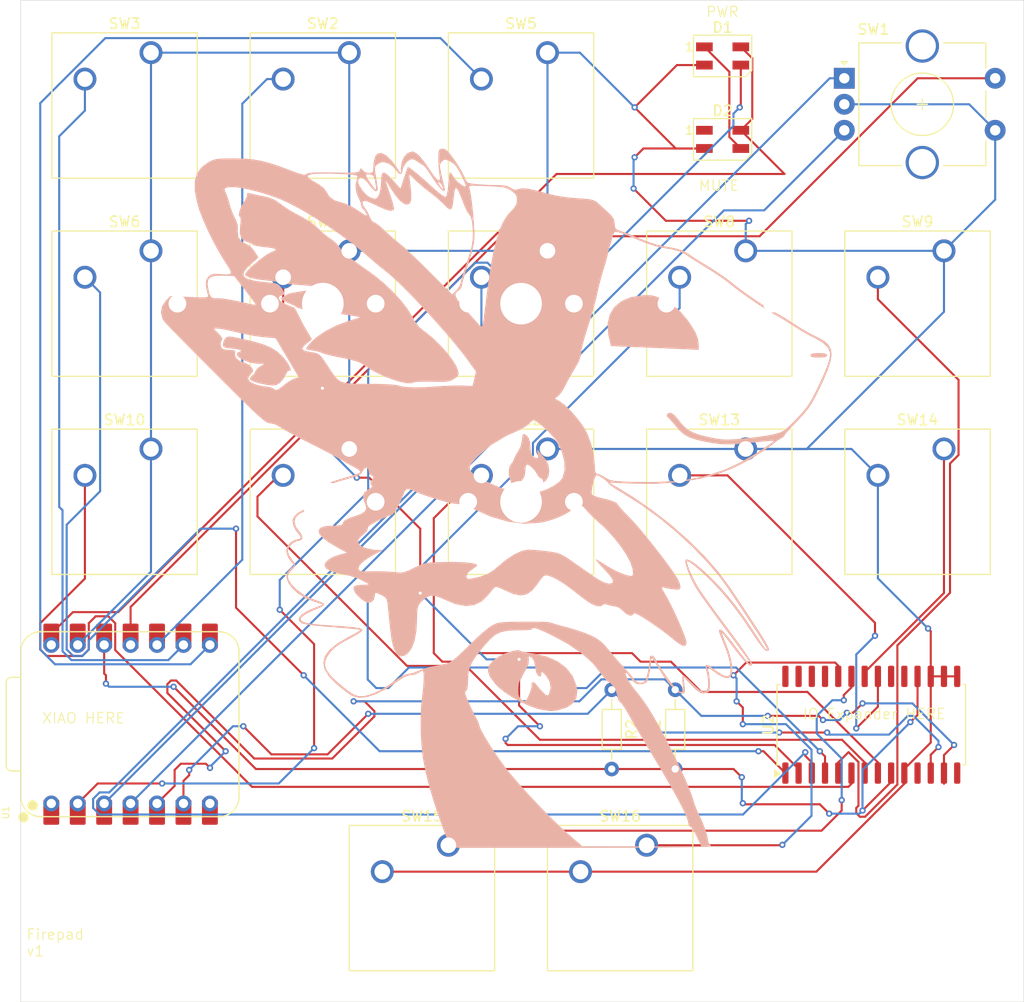
<source format=kicad_pcb>
(kicad_pcb (version 20240108) (generator "pcbnew") (generator_version "8.0")
  (layers (0 "F.Cu" signal) (31 "B.Cu" signal) (34 "B.Paste" user) (35 "F.Paste" user) (36 "B.SilkS" user "B.Silkscreen") (37 "F.SilkS" user "F.Silkscreen") (38 "B.Mask" user) (39 "F.Mask" user) (44 "Edge.Cuts" user))
  (net 0 "")
  (net 1 "+5V")
  (net 2 "GND")
  (net 3 "Net-(D1-DOUT)")
  (net 5 "+3.3V")
  (net 6 "Net-(U1-GPIO6{slash}SDA)")
  (net 7 "Net-(U1-GPIO7{slash}SCL)")
  (net 8 "ENC-B")
  (net 9 "ENC-A")
  (net 10 "Net-(U1-GPIO3{slash}MOSI)")
  (net 11 "Net-(U1-GPIO4{slash}MISO)")
  (net 12 "Net-(U1-GPIO2{slash}SCK)")
  (net 13 "Net-(U2-GPB2)")
  (net 14 "Net-(U1-GPIO1{slash}RX)")
  (net 15 "Net-(U2-GPB0)")
  (net 16 "Net-(U2-GPB1)")
  (net 17 "Net-(U2-GPB3)")
  (net 18 "Net-(U2-GPB4)")
  (net 19 "Net-(U2-GPB5)")
  (net 20 "Net-(U2-GPB6)")
  (net 21 "Net-(U2-GPB7)")
  (net 22 "Net-(U2-GPA0)")
  (net 23 "Net-(U2-GPA1)")
  (net 24 "Net-(U2-GPA2)")
  (net 25 "Net-(U2-GPA3)")
  (net 36 "Net-(D1-DIN)")
  (footprint "3D Models:SW_Cherry_MX_1.00u_PCB_3D" (layer "F.Cu") (at 90.32875 49.68875)
    (property "Reference" "SW6")
    (property "Value" "SW_Push")
  )
  (footprint "3D Models:SW_Cherry_MX_1.00u_PCB_3D" (layer "F.Cu") (at 166.52875 49.68875)
    (property "Reference" "SW9")
    (property "Value" "SW_Push")
  )
  (footprint "3D Models:SW_Cherry_MX_1.00u_PCB_3D" (layer "F.Cu") (at 109.37875 49.68875)
    (property "Reference" "SW7")
    (property "Value" "SW_Push")
  )
  (footprint "3D Models:RotaryEncoder_Alps_EC11E-Switch_Vertical_H20mm_CircularMountingHoles_3D" (layer "F.Cu") (at 156.95 33.1)
    (property "Reference" "SW1")
    (property "Value" "RotaryEncoder_Switch")
  )
  (footprint "3D Models:SW_Cherry_MX_1.00u_PCB_3D" (layer "F.Cu") (at 137.95375 106.83875)
    (property "Reference" "SW16")
    (property "Value" "SW_Push")
  )
  (footprint "3D Models:SW_Cherry_MX_1.00u_PCB_3D" (layer "F.Cu") (at 90.32875 30.63875)
    (property "Reference" "SW3")
    (property "Value" "SW_Push")
  )
  (footprint "3D Models:SW_Cherry_MX_1.00u_PCB_3D" (layer "F.Cu") (at 90.32875 68.73875)
    (property "Reference" "SW10")
    (property "Value" "SW_Push")
  )
  (footprint "Resistor_THT:R_Axial_DIN0204_L3.6mm_D1.6mm_P7.62mm_Horizontal" (layer "F.Cu") (at 140.7 99.51 90)
    (property "Reference" "R1")
    (property "Value" "R")
  )
  (footprint "3D Models:SW_Cherry_MX_1.00u_PCB_3D" (layer "F.Cu") (at 128.42875 68.73875)
    (property "Reference" "SW12")
    (property "Value" "SW_Push")
  )
  (footprint "3D Models:LED_SK6812MINI_PLCC4_3.5x3.5mm_P1.75mm_3D" (layer "F.Cu") (at 145.25625 30.95625)
    (property "Reference" "D1")
    (property "Value" "SK6812MINI")
  )
  (footprint "3D Models:SW_Cherry_MX_1.00u_PCB_3D" (layer "F.Cu") (at 147.47875 49.68875)
    (property "Reference" "SW8")
    (property "Value" "SW_Push")
  )
  (footprint "3D Models:SW_Cherry_MX_1.00u_PCB_3D" (layer "F.Cu") (at 147.47875 68.73875)
    (property "Reference" "SW13")
    (property "Value" "SW_Push")
  )
  (footprint "3D Models:SW_Cherry_MX_1.00u_PCB_3D" (layer "F.Cu") (at 109.37875 68.73875)
    (property "Reference" "SW11")
    (property "Value" "SW_Push")
  )
  (footprint "3D Models:XIAO-RP2040-DIP-3D" (layer "F.Cu") (at 88.3685 95.2 90)
    (property "Reference" "U1")
    (property "Value" "XIAO-RP2040-DIP")
  )
  (footprint "3D Models:LED_SK6812MINI_PLCC4_3.5x3.5mm_P1.75mm_3D" (layer "F.Cu") (at 145.25625 38.975)
    (property "Reference" "D2")
    (property "Value" "SK6812MINI")
  )
  (footprint "3D Models:SW_Cherry_MX_1.00u_PCB_3D" (layer "F.Cu") (at 128.42875 49.68875)
    (property "Reference" "SW4")
    (property "Value" "SW_Push")
  )
  (footprint "3D Models:SW_Cherry_MX_1.00u_PCB_3D" (layer "F.Cu") (at 118.90375 106.83875)
    (property "Reference" "SW15")
    (property "Value" "SW_Push")
  )
  (footprint "3D Models:SW_Cherry_MX_1.00u_PCB_3D" (layer "F.Cu") (at 128.42875 30.63875)
    (property "Reference" "SW5")
    (property "Value" "SW_Push")
  )
  (footprint "3D Models:SW_Cherry_MX_1.00u_PCB_3D" (layer "F.Cu") (at 109.37875 30.63875)
    (property "Reference" "SW2")
    (property "Value" "SW_Push")
  )
  (footprint "3D Models:SW_Cherry_MX_1.00u_PCB_3D" (layer "F.Cu") (at 166.52875 68.73875)
    (property "Reference" "SW14")
    (property "Value" "SW_Push")
  )
  (footprint "Package_SO:SOIC-28W_7.5x17.9mm_P1.27mm" (layer "F.Cu") (at 159.54375 95.25 90)
    (property "Reference" "U2")
    (property "Value" "MCP23017_SO")
  )
  (footprint "Resistor_THT:R_Axial_DIN0204_L3.6mm_D1.6mm_P7.62mm_Horizontal" (layer "F.Cu") (at 134.6 91.89 -90)
    (property "Reference" "R2")
    (property "Value" "R")
  )
  (footprint "LOGO" (layer "B.Cu") (at 127.7 69.5 180)
    (property "Reference" "G***" (hide yes))
    (property "Value" "LOGO" (hide yes))
  )
  (gr_rect (start 77.8 25.6) (end 174.2 121.9) (stroke (width 0.05)) (fill none) (layer "Edge.Cuts"))
  (gr_text "Firepad\nv1" (at 78.3 117.6 0) (layer "F.SilkS") (effects (font (size 1 1) (thickness 0.1)) (justify left bottom)))
  (gr_text "XIAO HERE" (at 79.8 95.2 0) (layer "F.SilkS") (effects (font (size 1 1) (thickness 0.1)) (justify left bottom)))
  (gr_text "IO Expander HERE" (at 152.9 94.8 0) (layer "F.SilkS") (effects (font (size 1 1) (thickness 0.1)) (justify left bottom)))
  (gr_text "MUTE" (at 142.9 44 0) (layer "F.SilkS") (effects (font (size 1 1) (thickness 0.1)) (justify left bottom)))
  (gr_text "PWR" (at 143.6 27.3 0) (layer "F.SilkS") (effects (font (size 1 1) (thickness 0.1)) (justify left bottom)))
  (segment (start 80.7485 86.50237) (end 82.823056 84.427814) (width 0.2) (layer "F.Cu") (net 1))
  (segment (start 147.00625 30.08125) (end 148.10625 31.18125) (width 0.2) (layer "F.Cu") (net 1))
  (segment (start 80.7485 87.58) (end 80.7485 86.50237) (width 0.2) (layer "F.Cu") (net 1))
  (segment (start 87.172186 84.427814) (end 129.3 42.3) (width 0.2) (layer "F.Cu") (net 1))
  (segment (start 82.823056 84.427814) (end 87.172186 84.427814) (width 0.2) (layer "F.Cu") (net 1))
  (segment (start 148.10625 31.18125) (end 148.10625 37) (width 0.2) (layer "F.Cu") (net 1))
  (segment (start 129.3 42.3) (end 151.20625 42.3) (width 0.2) (layer "F.Cu") (net 1))
  (segment (start 148.10625 37) (end 147.00625 38.1) (width 0.2) (layer "F.Cu") (net 1))
  (segment (start 151.20625 42.3) (end 147.00625 38.1) (width 0.2) (layer "F.Cu") (net 1))
  (segment (start 136.8 40.7) (end 137.65 39.85) (width 0.2) (layer "F.Cu") (net 2))
  (segment (start 136.8 35.9) (end 140.86875 31.83125) (width 0.2) (layer "F.Cu") (net 2))
  (segment (start 165.25875 96.964448) (end 162.71875 99.504448) (width 0.2) (layer "F.Cu") (net 2))
  (segment (start 165.25875 90.6) (end 165.25875 96.964448) (width 0.2) (layer "F.Cu") (net 2))
  (segment (start 136.8 35.9) (end 140.75 39.85) (width 0.2) (layer "F.Cu") (net 2))
  (segment (start 166.52875 90.6) (end 165.25875 90.6) (width 0.2) (layer "F.Cu") (net 2))
  (segment (start 167.79875 90.6) (end 166.52875 90.6) (width 0.2) (layer "F.Cu") (net 2))
  (segment (start 165.25875 90.6) (end 165.25875 86.25875) (width 0.2) (layer "F.Cu") (net 2))
  (segment (start 131.60375 109.37875) (end 154.264999 109.37875) (width 0.2) (layer "F.Cu") (net 2))
  (segment (start 162.71875 100.924999) (end 162.71875 99.9) (width 0.2) (layer "F.Cu") (net 2))
  (segment (start 137.65 39.85) (end 143.50625 39.85) (width 0.2) (layer "F.Cu") (net 2))
  (segment (start 140.75 39.85) (end 143.50625 39.85) (width 0.2) (layer "F.Cu") (net 2))
  (segment (start 131.60375 109.37875) (end 112.55375 109.37875) (width 0.2) (layer "F.Cu") (net 2))
  (segment (start 162.71875 99.504448) (end 162.71875 99.9) (width 0.2) (layer "F.Cu") (net 2))
  (segment (start 165.25875 86.25875) (end 165 86) (width 0.2) (layer "F.Cu") (net 2))
  (segment (start 154.264999 109.37875) (end 162.71875 100.924999) (width 0.2) (layer "F.Cu") (net 2))
  (segment (start 139.8 46.8) (end 136.7 43.7) (width 0.2) (layer "F.Cu") (net 2))
  (segment (start 140.86875 31.83125) (end 143.50625 31.83125) (width 0.2) (layer "F.Cu") (net 2))
  (segment (start 147.8 46.8) (end 139.8 46.8) (width 0.2) (layer "F.Cu") (net 2))
  (via (at 136.7 43.7) (size 0.6) (drill 0.3) (layers "F.Cu" "B.Cu") (net 2))
  (via (at 136.8 40.7) (size 0.6) (drill 0.3) (layers "F.Cu" "B.Cu") (net 2))
  (via (at 136.8 35.9) (size 0.6) (drill 0.3) (layers "F.Cu" "B.Cu") (net 2))
  (via (at 165 86) (size 0.6) (drill 0.3) (layers "F.Cu" "B.Cu") (net 2))
  (via (at 147.8 46.8) (size 0.6) (drill 0.3) (layers "F.Cu" "B.Cu") (net 2))
  (segment (start 109.37875 49.68875) (end 109.37875 30.63875) (width 0.2) (layer "B.Cu") (net 2))
  (segment (start 109.37875 49.68875) (end 128.42875 49.68875) (width 0.2) (layer "B.Cu") (net 2))
  (segment (start 136.7 40.8) (end 136.8 40.7) (width 0.2) (layer "B.Cu") (net 2))
  (segment (start 136.7 43.7) (end 136.7 40.8) (width 0.2) (layer "B.Cu") (net 2))
  (segment (start 147.47875 68.73875) (end 157.63875 68.73875) (width 0.2) (layer "B.Cu") (net 2))
  (segment (start 109.37875 68.73875) (end 109.37875 49.68875) (width 0.2) (layer "B.Cu") (net 2))
  (segment (start 168.95 35.6) (end 171.45 38.1) (width 0.2) (layer "B.Cu") (net 2))
  (segment (start 166.52875 49.68875) (end 147.47875 49.68875) (width 0.2) (layer "B.Cu") (net 2))
  (segment (start 147.47875 68.73875) (end 128.42875 68.73875) (width 0.2) (layer "B.Cu") (net 2))
  (segment (start 147.47875 47.12125) (end 147.8 46.8) (width 0.2) (layer "B.Cu") (net 2))
  (segment (start 166.52875 55.552152) (end 153.342152 68.73875) (width 0.2) (layer "B.Cu") (net 2))
  (segment (start 165 86) (end 160.17875 81.17875) (width 0.2) (layer "B.Cu") (net 2))
  (segment (start 131.53875 30.63875) (end 136.8 35.9) (width 0.2) (layer "B.Cu") (net 2))
  (segment (start 171.45 44.7675) (end 166.52875 49.68875) (width 0.2) (layer "B.Cu") (net 2))
  (segment (start 128.42875 30.63875) (end 131.53875 30.63875) (width 0.2) (layer "B.Cu") (net 2))
  (segment (start 128.42875 49.68875) (end 128.42875 30.63875) (width 0.2) (layer "B.Cu") (net 2))
  (segment (start 109.37875 30.63875) (end 90.32875 30.63875) (width 0.2) (layer "B.Cu") (net 2))
  (segment (start 171.45 38.1) (end 171.45 44.7675) (width 0.2) (layer "B.Cu") (net 2))
  (segment (start 156.95 35.6) (end 168.95 35.6) (width 0.2) (layer "B.Cu") (net 2))
  (segment (start 160.17875 81.17875) (end 160.17875 71.27875) (width 0.2) (layer "B.Cu") (net 2))
  (segment (start 147.47875 68.73875) (end 146.635806 68.73875) (width 0.2) (layer "B.Cu") (net 2))
  (segment (start 90.32875 68.73875) (end 90.32875 80.53975) (width 0.2) (layer "B.Cu") (net 2))
  (segment (start 147.47875 49.68875) (end 147.47875 47.12125) (width 0.2) (layer "B.Cu") (net 2))
  (segment (start 157.63875 68.73875) (end 160.17875 71.27875) (width 0.2) (layer "B.Cu") (net 2))
  (segment (start 153.342152 68.73875) (end 147.47875 68.73875) (width 0.2) (layer "B.Cu") (net 2))
  (segment (start 90.32875 49.68875) (end 90.32875 68.73875) (width 0.2) (layer "B.Cu") (net 2))
  (segment (start 90.32875 30.63875) (end 90.32875 49.68875) (width 0.2) (layer "B.Cu") (net 2))
  (segment (start 90.32875 80.53975) (end 83.2885 87.58) (width 0.2) (layer "B.Cu") (net 2))
  (segment (start 166.52875 49.68875) (end 166.52875 55.552152) (width 0.2) (layer "B.Cu") (net 2))
  (segment (start 145.90625 32.48125) (end 145.90625 38.75) (width 0.2) (layer "F.Cu") (net 3))
  (segment (start 145.90625 38.75) (end 147.00625 39.85) (width 0.2) (layer "F.Cu") (net 3))
  (segment (start 143.50625 30.08125) (end 145.90625 32.48125) (width 0.2) (layer "F.Cu") (net 3))
  (segment (start 154.6 102.9) (end 155.5 103.8) (width 0.2) (layer "F.Cu") (net 5))
  (segment (start 134.6 99.51) (end 100.41 99.51) (width 0.2) (layer "F.Cu") (net 5))
  (segment (start 163.3 95) (end 163.98875 94.31125) (width 0.2) (layer "F.Cu") (net 5))
  (segment (start 86 91.3) (end 86 90.5) (width 0.2) (layer "F.Cu") (net 5))
  (segment (start 140.7 99.51) (end 146.31 99.51) (width 0.2) (layer "F.Cu") (net 5))
  (segment (start 85.8285 90.3285) (end 85.8285 87.58) (width 0.2) (layer "F.Cu") (net 5))
  (segment (start 161.44875 100.75125) (end 161.44875 99.9) (width 0.2) (layer "F.Cu") (net 5))
  (segment (start 147.3 102.9) (end 154.6 102.9) (width 0.2) (layer "F.Cu") (net 5))
  (segment (start 147.2 102.8) (end 147.3 102.9) (width 0.2) (layer "F.Cu") (net 5))
  (segment (start 158.7 103.5) (end 161.44875 100.75125) (width 0.2) (layer "F.Cu") (net 5))
  (segment (start 86 90.5) (end 85.8285 90.3285) (width 0.2) (layer "F.Cu") (net 5))
  (segment (start 163.98875 94.31125) (end 163.98875 90.6) (width 0.2) (layer "F.Cu") (net 5))
  (segment (start 140.7 99.51) (end 134.6 99.51) (width 0.2) (layer "F.Cu") (net 5))
  (segment (start 146.31 99.51) (end 147.1 100.3) (width 0.2) (layer "F.Cu") (net 5))
  (segment (start 100.41 99.51) (end 92.5 91.6) (width 0.2) (layer "F.Cu") (net 5))
  (via (at 163.3 95) (size 0.6) (drill 0.3) (layers "F.Cu" "B.Cu") (net 5))
  (via (at 147.1 100.3) (size 0.6) (drill 0.3) (layers "F.Cu" "B.Cu") (net 5))
  (via (at 155.5 103.8) (size 0.6) (drill 0.3) (layers "F.Cu" "B.Cu") (net 5))
  (via (at 92.5 91.6) (size 0.6) (drill 0.3) (layers "F.Cu" "B.Cu") (net 5))
  (via (at 147.2 102.8) (size 0.6) (drill 0.3) (layers "F.Cu" "B.Cu") (net 5))
  (via (at 86 91.3) (size 0.6) (drill 0.3) (layers "F.Cu" "B.Cu") (net 5))
  (via (at 158.7 103.5) (size 0.6) (drill 0.3) (layers "F.Cu" "B.Cu") (net 5))
  (segment (start 158.7 103.5) (end 158.7 99.6) (width 0.2) (layer "B.Cu") (net 5))
  (segment (start 147.1 100.3) (end 147.1 102.7) (width 0.2) (layer "B.Cu") (net 5))
  (segment (start 86.3 91.6) (end 86 91.3) (width 0.2) (layer "B.Cu") (net 5))
  (segment (start 158.7 99.6) (end 163.3 95) (width 0.2) (layer "B.Cu") (net 5))
  (segment (start 158.4 103.8) (end 158.7 103.5) (width 0.2) (layer "B.Cu") (net 5))
  (segment (start 155.5 103.8) (end 158.4 103.8) (width 0.2) (layer "B.Cu") (net 5))
  (segment (start 92.5 91.6) (end 86.3 91.6) (width 0.2) (layer "B.Cu") (net 5))
  (segment (start 147.1 102.7) (end 147.2 102.8) (width 0.2) (layer "B.Cu") (net 5))
  (segment (start 166.52875 100.924999) (end 166.52875 99.9) (width 0.2) (layer "F.Cu") (net 6))
  (segment (start 91.9 92.2) (end 97.5 97.8) (width 0.2) (layer "F.Cu") (net 6))
  (segment (start 109.8 93) (end 110.848529 93) (width 0.2) (layer "F.Cu") (net 6))
  (segment (start 92.748529 91) (end 92.251471 91) (width 0.2) (layer "F.Cu") (net 6))
  (segment (start 92.6 101.1285) (end 90.9085 102.82) (width 0.2) (layer "F.Cu") (net 6))
  (segment (start 167.5 97.2) (end 166.52875 98.17125) (width 0.2) (layer "F.Cu") (net 6))
  (segment (start 92.6 99.6) (end 92.6 101.1285) (width 0.2) (layer "F.Cu") (net 6))
  (segment (start 100.248529 98.5) (end 92.748529 91) (width 0.2) (layer "F.Cu") (net 6))
  (segment (start 111.8 93.951471) (end 111.8 94.448529) (width 0.2) (layer "F.Cu") (net 6))
  (segment (start 92.251471 91) (end 91.9 91.351471) (width 0.2) (layer "F.Cu") (net 6))
  (segment (start 154.5 94.4) (end 154.9 94.8) (width 0.2) (layer "F.Cu") (net 6))
  (segment (start 93.2 99) (end 92.6 99.6) (width 0.2) (layer "F.Cu") (net 6))
  (segment (start 91.9 91.351471) (end 91.9 92.2) (width 0.2) (layer "F.Cu") (net 6))
  (segment (start 96 99.4) (end 95.6 99) (width 0.2) (layer "F.Cu") (net 6))
  (segment (start 149.6 94.4) (end 154.5 94.4) (width 0.2) (layer "F.Cu") (net 6))
  (segment (start 157.2 94.1) (end 157.8 94.1) (width 0.2) (layer "F.Cu") (net 6))
  (segment (start 95.6 99) (end 93.2 99) (width 0.2) (layer "F.Cu") (net 6))
  (segment (start 107.748529 98.5) (end 100.248529 98.5) (width 0.2) (layer "F.Cu") (net 6))
  (segment (start 157.8 94.1) (end 158.7 93.2) (width 0.2) (layer "F.Cu") (net 6))
  (segment (start 166.52875 98.17125) (end 166.52875 99.9) (width 0.2) (layer "F.Cu") (net 6))
  (segment (start 110.848529 93) (end 111.8 93.951471) (width 0.2) (layer "F.Cu") (net 6))
  (segment (start 111.8 94.448529) (end 107.748529 98.5) (width 0.2) (layer "F.Cu") (net 6))
  (via (at 149.6 94.4) (size 0.6) (drill 0.3) (layers "F.Cu" "B.Cu") (net 6))
  (via (at 97.5 97.8) (size 0.6) (drill 0.3) (layers "F.Cu" "B.Cu") (net 6))
  (via (at 158.7 93.2) (size 0.6) (drill 0.3) (layers "F.Cu" "B.Cu") (net 6))
  (via (at 167.5 97.2) (size 0.6) (drill 0.3) (layers "F.Cu" "B.Cu") (net 6))
  (via (at 96 99.4) (size 0.6) (drill 0.3) (layers "F.Cu" "B.Cu") (net 6))
  (via (at 109.8 93) (size 0.6) (drill 0.3) (layers "F.Cu" "B.Cu") (net 6))
  (via (at 157.2 94.1) (size 0.6) (drill 0.3) (layers "F.Cu" "B.Cu") (net 6))
  (via (at 154.9 94.8) (size 0.6) (drill 0.3) (layers "F.Cu" "B.Cu") (net 6))
  (segment (start 131.5 93) (end 109.8 93) (width 0.2) (layer "B.Cu") (net 6))
  (segment (start 163.5 93.2) (end 167.5 97.2) (width 0.2) (layer "B.Cu") (net 6))
  (segment (start 133.61 90.89) (end 131.5 93) (width 0.2) (layer "B.Cu") (net 6))
  (segment (start 140.7 91.89) (end 143.21 94.4) (width 0.2) (layer "B.Cu") (net 6))
  (segment (start 154.9 94.8) (end 156.5 94.8) (width 0.2) (layer "B.Cu") (net 6))
  (segment (start 97.5 97.8) (end 96 99.3) (width 0.2) (layer "B.Cu") (net 6))
  (segment (start 158.7 93.2) (end 163.5 93.2) (width 0.2) (layer "B.Cu") (net 6))
  (segment (start 156.5 94.8) (end 157.2 94.1) (width 0.2) (layer "B.Cu") (net 6))
  (segment (start 140.7 91.89) (end 139.7 90.89) (width 0.2) (layer "B.Cu") (net 6))
  (segment (start 139.7 90.89) (end 133.61 90.89) (width 0.2) (layer "B.Cu") (net 6))
  (segment (start 96 99.3) (end 96 99.4) (width 0.2) (layer "B.Cu") (net 6))
  (segment (start 143.21 94.4) (end 149.6 94.4) (width 0.2) (layer "B.Cu") (net 6))
  (segment (start 94 99.6) (end 94 100.1) (width 0.2) (layer "F.Cu") (net 7))
  (segment (start 107.3 98.1) (end 101.9 98.1) (width 0.2) (layer "F.Cu") (net 7))
  (segment (start 101.9 98.1) (end 99.2 95.4) (width 0.2) (layer "F.Cu") (net 7))
  (segment (start 93.4485 103.655) (end 93.4485 102.82) (width 0.2) (layer "F.Cu") (net 7))
  (segment (start 166 97.4) (end 165.25875 98.14125) (width 0.2) (layer "F.Cu") (net 7))
  (segment (start 111.2 94.2) (end 107.3 98.1) (width 0.2) (layer "F.Cu") (net 7))
  (segment (start 93.4485 100.6515) (end 93.4485 102.82) (width 0.2) (layer "F.Cu") (net 7))
  (segment (start 94 100.1) (end 93.4485 100.6515) (width 0.2) (layer "F.Cu") (net 7))
  (segment (start 165.25875 98.14125) (end 165.25875 99.9) (width 0.2) (layer "F.Cu") (net 7))
  (segment (start 165.25875 100.295552) (end 165.25875 99.9) (width 0.2) (layer "F.Cu") (net 7))
  (segment (start 150.7 96) (end 155.3 96) (width 0.2) (layer "F.Cu") (net 7))
  (via (at 166 97.4) (size 0.6) (drill 0.3) (layers "F.Cu" "B.Cu") (net 7))
  (via (at 94 99.6) (size 0.6) (drill 0.3) (layers "F.Cu" "B.Cu") (net 7))
  (via (at 155.3 96) (size 0.6) (drill 0.3) (layers "F.Cu" "B.Cu") (net 7))
  (via (at 111.2 94.2) (size 0.6) (drill 0.3) (layers "F.Cu" "B.Cu") (net 7))
  (via (at 150.7 96) (size 0.6) (drill 0.3) (layers "F.Cu" "B.Cu") (net 7))
  (via (at 99.2 95.4) (size 0.6) (drill 0.3) (layers "F.Cu" "B.Cu") (net 7))
  (segment (start 132.29 94.2) (end 111.2 94.2) (width 0.2) (layer "B.Cu") (net 7))
  (segment (start 99.2 95.4) (end 98.2 95.4) (width 0.2) (layer "B.Cu") (net 7))
  (segment (start 166 96.8) (end 166 97.4) (width 0.2) (layer "B.Cu") (net 7))
  (segment (start 163.051471 94.4) (end 163.6 94.4) (width 0.2) (layer "B.Cu") (net 7))
  (segment (start 155.5 96.2) (end 161.251471 96.2) (width 0.2) (layer "B.Cu") (net 7))
  (segment (start 163.6 94.4) (end 166 96.8) (width 0.2) (layer "B.Cu") (net 7))
  (segment (start 161.251471 96.2) (end 163.051471 94.4) (width 0.2) (layer "B.Cu") (net 7))
  (segment (start 138.71 96) (end 150.7 96) (width 0.2) (layer "B.Cu") (net 7))
  (segment (start 98.2 95.4) (end 94 99.6) (width 0.2) (layer "B.Cu") (net 7))
  (segment (start 134.6 91.89) (end 138.71 96) (width 0.2) (layer "B.Cu") (net 7))
  (segment (start 134.6 91.89) (end 132.29 94.2) (width 0.2) (layer "B.Cu") (net 7))
  (segment (start 155.3 96) (end 155.5 96.2) (width 0.2) (layer "B.Cu") (net 7))
  (segment (start 149.25 45.8) (end 156.95 38.1) (width 0.2) (layer "B.Cu") (net 8))
  (segment (start 88.3685 102.82) (end 145.3885 45.8) (width 0.2) (layer "B.Cu") (net 8))
  (segment (start 145.3885 45.8) (end 149.25 45.8) (width 0.2) (layer "B.Cu") (net 8))
  (segment (start 155.5485 33.1) (end 156.95 33.1) (width 0.2) (layer "B.Cu") (net 9))
  (segment (start 85.8285 102.82) (end 155.5485 33.1) (width 0.2) (layer "B.Cu") (net 9))
  (segment (start 124.01125 48.28875) (end 88.3685 83.9315) (width 0.2) (layer "F.Cu") (net 10))
  (segment (start 164 33.1) (end 148.81125 48.28875) (width 0.2) (layer "F.Cu") (net 10))
  (segment (start 148.81125 48.28875) (end 124.01125 48.28875) (width 0.2) (layer "F.Cu") (net 10))
  (segment (start 171.45 33.1) (end 164 33.1) (width 0.2) (layer "F.Cu") (net 10))
  (segment (start 88.3685 83.9315) (end 88.3685 87.58) (width 0.2) (layer "F.Cu") (net 10))
  (segment (start 99.1 79.3885) (end 99.1 35.551866) (width 0.2) (layer "B.Cu") (net 11))
  (segment (start 101.473116 33.17875) (end 103.02875 33.17875) (width 0.2) (layer "B.Cu") (net 11))
  (segment (start 90.9085 87.58) (end 99.1 79.3885) (width 0.2) (layer "B.Cu") (net 11))
  (segment (start 99.1 35.551866) (end 101.473116 33.17875) (width 0.2) (layer "B.Cu") (net 11))
  (segment (start 91.9865 89.042) (end 82.682919 89.042) (width 0.2) (layer "B.Cu") (net 12))
  (segment (start 81.8265 74.633556) (end 81.50875 74.315806) (width 0.2) (layer "B.Cu") (net 12))
  (segment (start 83.97875 36.205348) (end 83.97875 33.17875) (width 0.2) (layer "B.Cu") (net 12))
  (segment (start 81.50875 38.675348) (end 83.97875 36.205348) (width 0.2) (layer "B.Cu") (net 12))
  (segment (start 93.4485 87.58) (end 91.9865 89.042) (width 0.2) (layer "B.Cu") (net 12))
  (segment (start 81.8265 88.185581) (end 81.8265 74.633556) (width 0.2) (layer "B.Cu") (net 12))
  (segment (start 81.50875 74.315806) (end 81.50875 38.675348) (width 0.2) (layer "B.Cu") (net 12))
  (segment (start 82.682919 89.042) (end 81.8265 88.185581) (width 0.2) (layer "B.Cu") (net 12))
  (segment (start 153.2 98.246251) (end 153.2 97.9) (width 0.2) (layer "F.Cu") (net 13))
  (segment (start 153.82875 99.9) (end 153.82875 98.875001) (width 0.2) (layer "F.Cu") (net 13))
  (segment (start 153.82875 98.875001) (end 153.2 98.246251) (width 0.2) (layer "F.Cu") (net 13))
  (via (at 153.2 97.9) (size 0.6) (drill 0.3) (layers "F.Cu" "B.Cu") (net 13))
  (segment (start 84.7665 103.259895) (end 84.7665 102.380105) (width 0.2) (layer "B.Cu") (net 13))
  (segment (start 85.388605 101.758) (end 86.324814 101.758) (width 0.2) (layer "B.Cu") (net 13))
  (segment (start 147.218 103.882) (end 85.388605 103.882) (width 0.2) (layer "B.Cu") (net 13))
  (segment (start 84.7665 102.380105) (end 85.388605 101.758) (width 0.2) (layer "B.Cu") (net 13))
  (segment (start 85.388605 103.882) (end 84.7665 103.259895) (width 0.2) (layer "B.Cu") (net 13))
  (segment (start 86.324814 101.758) (end 122.07875 66.004064) (width 0.2) (layer "B.Cu") (net 13))
  (segment (start 122.07875 66.004064) (end 122.07875 52.22875) (width 0.2) (layer "B.Cu") (net 13))
  (segment (start 153.2 97.9) (end 147.218 103.882) (width 0.2) (layer "B.Cu") (net 13))
  (segment (start 79.6865 35.491101) (end 85.938851 29.23875) (width 0.2) (layer "B.Cu") (net 14))
  (segment (start 118.13875 29.23875) (end 122.07875 33.17875) (width 0.2) (layer "B.Cu") (net 14))
  (segment (start 79.6865 88.019895) (end 79.6865 35.491101) (width 0.2) (layer "B.Cu") (net 14))
  (segment (start 85.938851 29.23875) (end 118.13875 29.23875) (width 0.2) (layer "B.Cu") (net 14))
  (segment (start 94.1265 89.442) (end 81.108605 89.442) (width 0.2) (layer "B.Cu") (net 14))
  (segment (start 95.9885 87.58) (end 94.1265 89.442) (width 0.2) (layer "B.Cu") (net 14))
  (segment (start 81.108605 89.442) (end 79.6865 88.019895) (width 0.2) (layer "B.Cu") (net 14))
  (segment (start 151.28875 99.9) (end 149.18875 97.8) (width 0.2) (layer "F.Cu") (net 15))
  (segment (start 98.5 84) (end 98.5 76.4) (width 0.2) (layer "F.Cu") (net 15))
  (segment (start 149.18875 97.8) (end 148.7 97.8) (width 0.2) (layer "F.Cu") (net 15))
  (segment (start 105 90.5) (end 98.5 84) (width 0.2) (layer "F.Cu") (net 15))
  (via (at 98.5 76.4) (size 0.6) (drill 0.3) (layers "F.Cu" "B.Cu") (net 15))
  (via (at 148.7 97.8) (size 0.6) (drill 0.3) (layers "F.Cu" "B.Cu") (net 15))
  (via (at 105 90.5) (size 0.6) (drill 0.3) (layers "F.Cu" "B.Cu") (net 15))
  (segment (start 82.848605 88.642) (end 82.2265 88.019895) (width 0.2) (layer "B.Cu") (net 15))
  (segment (start 95.090605 76.4) (end 84.3505 87.140105) (width 0.2) (layer "B.Cu") (net 15))
  (segment (start 112.3 97.8) (end 105 90.5) (width 0.2) (layer "B.Cu") (net 15))
  (segment (start 85.43875 72.808649) (end 85.43875 53.68875) (width 0.2) (layer "B.Cu") (net 15))
  (segment (start 82.2265 88.019895) (end 82.2265 76.020899) (width 0.2) (layer "B.Cu") (net 15))
  (segment (start 85.43875 53.68875) (end 83.97875 52.22875) (width 0.2) (layer "B.Cu") (net 15))
  (segment (start 98.5 76.4) (end 95.090605 76.4) (width 0.2) (layer "B.Cu") (net 15))
  (segment (start 82.2265 76.020899) (end 85.43875 72.808649) (width 0.2) (layer "B.Cu") (net 15))
  (segment (start 84.3505 88.019895) (end 83.728395 88.642) (width 0.2) (layer "B.Cu") (net 15))
  (segment (start 84.3505 87.140105) (end 84.3505 88.019895) (width 0.2) (layer "B.Cu") (net 15))
  (segment (start 83.728395 88.642) (end 82.848605 88.642) (width 0.2) (layer "B.Cu") (net 15))
  (segment (start 148.7 97.8) (end 112.3 97.8) (width 0.2) (layer "B.Cu") (net 15))
  (segment (start 150.254302 97.2) (end 152.55875 99.504448) (width 0.2) (layer "F.Cu") (net 16))
  (segment (start 152.55875 99.504448) (end 152.55875 99.9) (width 0.2) (layer "F.Cu") (net 16))
  (segment (start 125.7 93.4) (end 127.7 95.4) (width 0.2) (layer "F.Cu") (net 16))
  (segment (start 125.7 88.968649) (end 125.7 93.4) (width 0.2) (layer "F.Cu") (net 16))
  (segment (start 111.297056 71.5) (end 116.2 76.402944) (width 0.2) (layer "F.Cu") (net 16))
  (segment (start 103.02875 52.22875) (end 103.02875 59.12875) (width 0.2) (layer "F.Cu") (net 16))
  (segment (start 103.02875 59.12875) (end 106.8 62.9) (width 0.2) (layer "F.Cu") (net 16))
  (segment (start 124.6 97.2) (end 150.254302 97.2) (width 0.2) (layer "F.Cu") (net 16))
  (segment (start 116.2 76.402944) (end 116.2 82.6) (width 0.2) (layer "F.Cu") (net 16))
  (segment (start 124.4 96.6) (end 124.4 97) (width 0.2) (layer "F.Cu") (net 16))
  (segment (start 124.4 97) (end 124.6 97.2) (width 0.2) (layer "F.Cu") (net 16))
  (segment (start 110.1 71.5) (end 111.297056 71.5) (width 0.2) (layer "F.Cu") (net 16))
  (via (at 116.2 82.6) (size 0.6) (drill 0.3) (layers "F.Cu" "B.Cu") (net 16))
  (via (at 125.7 88.968649) (size 0.6) (drill 0.3) (layers "F.Cu" "B.Cu") (net 16))
  (via (at 110.1 71.5) (size 0.6) (drill 0.3) (layers "F.Cu" "B.Cu") (net 16))
  (via (at 124.4 96.6) (size 0.6) (drill 0.3) (layers "F.Cu" "B.Cu") (net 16))
  (via (at 106.8 62.9) (size 0.6) (drill 0.3) (layers "F.Cu" "B.Cu") (net 16))
  (via (at 127.7 95.4) (size 0.6) (drill 0.3) (layers "F.Cu" "B.Cu") (net 16))
  (segment (start 106.8 62.9) (end 106.8 68.2) (width 0.2) (layer "B.Cu") (net 16))
  (segment (start 122.568649 88.968649) (end 125.7 88.968649) (width 0.2) (layer "B.Cu") (net 16))
  (segment (start 106.8 68.2) (end 110.1 71.5) (width 0.2) (layer "B.Cu") (net 16))
  (segment (start 127.7 95.4) (end 125.6 95.4) (width 0.2) (layer "B.Cu") (net 16))
  (segment (start 125.6 95.4) (end 124.4 96.6) (width 0.2) (layer "B.Cu") (net 16))
  (segment (start 116.2 82.6) (end 122.568649 88.968649) (width 0.2) (layer "B.Cu") (net 16))
  (segment (start 155.09875 99.9) (end 155.09875 98.29875) (width 0.2) (layer "F.Cu") (net 17))
  (segment (start 155.09875 98.29875) (end 154.6 97.8) (width 0.2) (layer "F.Cu") (net 17))
  (via (at 154.6 97.8) (size 0.6) (drill 0.3) (layers "F.Cu" "B.Cu") (net 17))
  (segment (start 141.12875 55.195806) (end 141.12875 52.22875) (width 0.2) (layer "B.Cu") (net 17))
  (segment (start 134.163548 89.748851) (end 132.183649 91.72875) (width 0.2) (layer "B.Cu") (net 17))
  (segment (start 127.02875 69.318649) (end 127.02875 68.158851) (width 0.2) (layer "B.Cu") (net 17))
  (segment (start 111.973851 91.72875) (end 111.15375 90.908649) (width 0.2) (layer "B.Cu") (net 17))
  (segment (start 131.023851 91.72875) (end 129.043952 89.748851) (width 0.2) (layer "B.Cu") (net 17))
  (segment (start 138.687601 56.5) (end 139.824556 56.5) (width 0.2) (layer "B.Cu") (net 17))
  (segment (start 154.6 97.8) (end 146.548851 89.748851) (width 0.2) (layer "B.Cu") (net 17))
  (segment (start 115.113548 89.748851) (end 113.133649 91.72875) (width 0.2) (layer "B.Cu") (net 17))
  (segment (start 146.548851 89.748851) (end 134.163548 89.748851) (width 0.2) (layer "B.Cu") (net 17))
  (segment (start 111.15375 90.908649) (end 111.15375 81.997721) (width 0.2) (layer "B.Cu") (net 17))
  (segment (start 139.824556 56.5) (end 141.12875 55.195806) (width 0.2) (layer "B.Cu") (net 17))
  (segment (start 127.02875 68.158851) (end 138.687601 56.5) (width 0.2) (layer "B.Cu") (net 17))
  (segment (start 129.043952 89.748851) (end 115.113548 89.748851) (width 0.2) (layer "B.Cu") (net 17))
  (segment (start 132.183649 91.72875) (end 131.023851 91.72875) (width 0.2) (layer "B.Cu") (net 17))
  (segment (start 113.133649 91.72875) (end 111.973851 91.72875) (width 0.2) (layer "B.Cu") (net 17))
  (segment (start 111.15375 81.997721) (end 112.151471 81) (width 0.2) (layer "B.Cu") (net 17))
  (segment (start 115.347399 81) (end 127.02875 69.318649) (width 0.2) (layer "B.Cu") (net 17))
  (segment (start 112.151471 81) (end 115.347399 81) (width 0.2) (layer "B.Cu") (net 17))
  (segment (start 158.1 103.251471) (end 158.1 103.748529) (width 0.2) (layer "F.Cu") (net 18))
  (segment (start 156.36875 99.9) (end 156.36875 98.875001) (width 0.2) (layer "F.Cu") (net 18))
  (segment (start 156.36875 98.875001) (end 157.355907 97.887844) (width 0.2) (layer "F.Cu") (net 18))
  (segment (start 160.17875 54.341694) (end 160.17875 52.22875) (width 0.2) (layer "F.Cu") (net 18))
  (segment (start 158.30875 103.042721) (end 158.1 103.251471) (width 0.2) (layer "F.Cu") (net 18))
  (segment (start 162.04875 100.999779) (end 162.04875 87.630134) (width 0.2) (layer "F.Cu") (net 18))
  (segment (start 167.92875 62.091694) (end 160.17875 54.341694) (width 0.2) (layer "F.Cu") (net 18))
  (segment (start 162.04875 87.630134) (end 167.108649 82.570235) (width 0.2) (layer "F.Cu") (net 18))
  (segment (start 158.30875 98.840687) (end 158.30875 103.042721) (width 0.2) (layer "F.Cu") (net 18))
  (segment (start 167.92875 69.318649) (end 167.92875 62.091694) (width 0.2) (layer "F.Cu") (net 18))
  (segment (start 158.948529 104.1) (end 162.04875 100.999779) (width 0.2) (layer "F.Cu") (net 18))
  (segment (start 157.355907 97.887844) (end 158.30875 98.840687) (width 0.2) (layer "F.Cu") (net 18))
  (segment (start 158.1 103.748529) (end 158.451471 104.1) (width 0.2) (layer "F.Cu") (net 18))
  (segment (start 167.108649 70.13875) (end 167.92875 69.318649) (width 0.2) (layer "F.Cu") (net 18))
  (segment (start 158.451471 104.1) (end 158.948529 104.1) (width 0.2) (layer "F.Cu") (net 18))
  (segment (start 167.108649 82.570235) (end 167.108649 70.13875) (width 0.2) (layer "F.Cu") (net 18))
  (segment (start 80.308605 88.642) (end 79.6865 88.019895) (width 0.2) (layer "F.Cu") (net 19))
  (segment (start 84.3505 85.489786) (end 84.3505 88.019895) (width 0.2) (layer "F.Cu") (net 19))
  (segment (start 79.6865 85.489786) (end 83.97875 81.197536) (width 0.2) (layer "F.Cu") (net 19))
  (segment (start 157.63875 100.924999) (end 157.338749 101.225) (width 0.2) (layer "F.Cu") (net 19))
  (segment (start 86.8905 85.489786) (end 86.228528 84.827814) (width 0.2) (layer "F.Cu") (net 19))
  (segment (start 86.228528 84.827814) (end 85.012472 84.827814) (width 0.2) (layer "F.Cu") (net 19))
  (segment (start 83.728395 88.642) (end 80.308605 88.642) (width 0.2) (layer "F.Cu") (net 19))
  (segment (start 85.012472 84.827814) (end 84.3505 85.489786) (width 0.2) (layer "F.Cu") (net 19))
  (segment (start 157.63875 99.9) (end 157.63875 100.924999) (width 0.2) (layer "F.Cu") (net 19))
  (segment (start 86.8905 88.076314) (end 86.8905 85.489786) (width 0.2) (layer "F.Cu") (net 19))
  (segment (start 100.039186 101.225) (end 86.8905 88.076314) (width 0.2) (layer "F.Cu") (net 19))
  (segment (start 84.3505 88.019895) (end 83.728395 88.642) (width 0.2) (layer "F.Cu") (net 19))
  (segment (start 79.6865 88.019895) (end 79.6865 85.489786) (width 0.2) (layer "F.Cu") (net 19))
  (segment (start 83.97875 81.197536) (end 83.97875 71.27875) (width 0.2) (layer "F.Cu") (net 19))
  (segment (start 157.338749 101.225) (end 100.039186 101.225) (width 0.2) (layer "F.Cu") (net 19))
  (segment (start 158.90875 99.9) (end 158.90875 98.875001) (width 0.2) (layer "F.Cu") (net 20))
  (segment (start 100.55875 75.224436) (end 100.55875 73.321694) (width 0.2) (layer "F.Cu") (net 20))
  (segment (start 120.6 89.6) (end 114.934314 89.6) (width 0.2) (layer "F.Cu") (net 20))
  (segment (start 114.934314 89.6) (end 100.55875 75.224436) (width 0.2) (layer "F.Cu") (net 20))
  (segment (start 127.7 96.7) (end 120.6 89.6) (width 0.2) (layer "F.Cu") (net 20))
  (segment (start 158.90875 98.875001) (end 156.733749 96.7) (width 0.2) (layer "F.Cu") (net 20))
  (segment (start 102.601694 71.27875) (end 103.02875 71.27875) (width 0.2) (layer "F.Cu") (net 20))
  (segment (start 156.733749 96.7) (end 127.7 96.7) (width 0.2) (layer "F.Cu") (net 20))
  (segment (start 100.55875 73.321694) (end 102.601694 71.27875) (width 0.2) (layer "F.Cu") (net 20))
  (segment (start 160.17875 99.9) (end 160.17875 98.875001) (width 0.2) (layer "F.Cu") (net 21))
  (segment (start 136.55375 88.368649) (end 120.30375 88.368649) (width 0.2) (layer "F.Cu") (net 21))
  (segment (start 117.50375 75.39625) (end 121.62125 71.27875) (width 0.2) (layer "F.Cu") (net 21))
  (segment (start 120.30375 88.368649) (end 119.483649 89.18875) (width 0.2) (layer "F.Cu") (net 21))
  (segment (start 118.323851 89.18875) (end 117.50375 88.368649) (width 0.2) (layer "F.Cu") (net 21))
  (segment (start 119.483649 89.18875) (end 118.323851 89.18875) (width 0.2) (layer "F.Cu") (net 21))
  (segment (start 160.17875 98.875001) (end 153.403749 92.1) (width 0.2) (layer "F.Cu") (net 21))
  (segment (start 117.50375 88.368649) (end 117.50375 75.39625) (width 0.2) (layer "F.Cu") (net 21))
  (segment (start 140.28875 89.18875) (end 137.373851 89.18875) (width 0.2) (layer "F.Cu") (net 21))
  (segment (start 137.373851 89.18875) (end 136.55375 88.368649) (width 0.2) (layer "F.Cu") (net 21))
  (segment (start 121.62125 71.27875) (end 122.07875 71.27875) (width 0.2) (layer "F.Cu") (net 21))
  (segment (start 153.403749 92.1) (end 143.2 92.1) (width 0.2) (layer "F.Cu") (net 21))
  (segment (start 143.2 92.1) (end 140.28875 89.18875) (width 0.2) (layer "F.Cu") (net 21))
  (segment (start 141.12875 71.27875) (end 145.722152 71.27875) (width 0.2) (layer "F.Cu") (net 22))
  (segment (start 158.1 95.6) (end 160.17875 93.52125) (width 0.2) (layer "F.Cu") (net 22))
  (segment (start 159.9 85.456598) (end 159.9 86.7) (width 0.2) (layer "F.Cu") (net 22))
  (segment (start 145.722152 71.27875) (end 159.9 85.456598) (width 0.2) (layer "F.Cu") (net 22))
  (segment (start 160.17875 93.52125) (end 160.17875 90.6) (width 0.2) (layer "F.Cu") (net 22))
  (via (at 159.9 86.7) (size 0.6) (drill 0.3) (layers "F.Cu" "B.Cu") (net 22))
  (via (at 158.1 95.6) (size 0.6) (drill 0.3) (layers "F.Cu" "B.Cu") (net 22))
  (segment (start 159.9 86.7) (end 158.1 88.5) (width 0.2) (layer "B.Cu") (net 22))
  (segment (start 158.1 88.5) (end 158.1 95.6) (width 0.2) (layer "B.Cu") (net 22))
  (segment (start 166.52875 82.584448) (end 158.90875 90.204448) (width 0.2) (layer "F.Cu") (net 23))
  (segment (start 158.90875 90.204448) (end 158.90875 90.6) (width 0.2) (layer "F.Cu") (net 23))
  (segment (start 166.52875 68.73875) (end 166.52875 82.584448) (width 0.2) (layer "F.Cu") (net 23))
  (segment (start 154.76125 105.43875) (end 156.7 103.5) (width 0.2) (layer "F.Cu") (net 24))
  (segment (start 156.7 103.5) (end 156.7 102.5) (width 0.2) (layer "F.Cu") (net 24))
  (segment (start 118.90375 106.83875) (end 120.30375 105.43875) (width 0.2) (layer "F.Cu") (net 24))
  (segment (start 156.9 92.4) (end 157.63875 91.66125) (width 0.2) (layer "F.Cu") (net 24))
  (segment (start 156.9 92.9) (end 156.9 92.4) (width 0.2) (layer "F.Cu") (net 24))
  (segment (start 157.63875 91.66125) (end 157.63875 90.6) (width 0.2) (layer "F.Cu") (net 24))
  (segment (start 120.30375 105.43875) (end 154.76125 105.43875) (width 0.2) (layer "F.Cu") (net 24))
  (via (at 156.9 92.9) (size 0.6) (drill 0.3) (layers "F.Cu" "B.Cu") (net 24))
  (via (at 156.7 102.5) (size 0.6) (drill 0.3) (layers "F.Cu" "B.Cu") (net 24))
  (segment (start 156.7 102.5) (end 156.7 98.5) (width 0.2) (layer "B.Cu") (net 24))
  (segment (start 156.7 98.5) (end 154.3 96.1) (width 0.2) (layer "B.Cu") (net 24))
  (segment (start 154.3 96.1) (end 154.3 94.4) (width 0.2) (layer "B.Cu") (net 24))
  (segment (start 154.3 94.4) (end 155.8 92.9) (width 0.2) (layer "B.Cu") (net 24))
  (segment (start 155.8 92.9) (end 156.9 92.9) (width 0.2) (layer "B.Cu") (net 24))
  (segment (start 146.3 90.5) (end 147.525 89.275) (width 0.2) (layer "F.Cu") (net 25))
  (segment (start 156.068749 89.275) (end 156.36875 89.575001) (width 0.2) (layer "F.Cu") (net 25))
  (segment (start 147.525 89.275) (end 156.068749 89.275) (width 0.2) (layer "F.Cu") (net 25))
  (segment (start 147.2 93.6) (end 146.6 93) (width 0.2) (layer "F.Cu") (net 25))
  (segment (start 147.2 95.2) (end 147.2 93.6) (width 0.2) (layer "F.Cu") (net 25))
  (segment (start 156.36875 89.575001) (end 156.36875 90.6) (width 0.2) (layer "F.Cu") (net 25))
  (segment (start 137.95375 106.83875) (end 150.96125 106.83875) (width 0.2) (layer "F.Cu") (net 25))
  (segment (start 150.96125 106.83875) (end 151 106.8) (width 0.2) (layer "F.Cu") (net 25))
  (via (at 146.6 93) (size 0.6) (drill 0.3) (layers "F.Cu" "B.Cu") (net 25))
  (via (at 146.3 90.5) (size 0.6) (drill 0.3) (layers "F.Cu" "B.Cu") (net 25))
  (via (at 147.2 95.2) (size 0.6) (drill 0.3) (layers "F.Cu" "B.Cu") (net 25))
  (via (at 151 106.8) (size 0.6) (drill 0.3) (layers "F.Cu" "B.Cu") (net 25))
  (segment (start 153.8 97.651471) (end 151.348529 95.2) (width 0.2) (layer "B.Cu") (net 25))
  (segment (start 151.348529 95.2) (end 147.2 95.2) (width 0.2) (layer "B.Cu") (net 25))
  (segment (start 153.8 104) (end 153.8 97.651471) (width 0.2) (layer "B.Cu") (net 25))
  (segment (start 146.6 90.8) (end 146.3 90.5) (width 0.2) (layer "B.Cu") (net 25))
  (segment (start 151 106.8) (end 153.8 104) (width 0.2) (layer "B.Cu") (net 25))
  (segment (start 146.6 93) (end 146.6 90.8) (width 0.2) (layer "B.Cu") (net 25))
  (segment (start 147.00625 35.79375) (end 146.9 35.9) (width 0.2) (layer "F.Cu") (net 36))
  (segment (start 102.7 84.2) (end 106 87.5) (width 0.2) (layer "F.Cu") (net 36))
  (segment (start 147.00625 31.83125) (end 147.00625 35.79375) (width 0.2) (layer "F.Cu") (net 36))
  (segment (start 85.2085 100.9) (end 83.2885 102.82) (width 0.2) (layer "F.Cu") (net 36))
  (segment (start 91.4 100.9) (end 85.2085 100.9) (width 0.2) (layer "F.Cu") (net 36))
  (segment (start 106 87.5) (end 106 97.5) (width 0.2) (layer "F.Cu") (net 36))
  (via (at 106 97.5) (size 0.6) (drill 0.3) (layers "F.Cu" "B.Cu") (net 36))
  (via (at 102.7 84.2) (size 0.6) (drill 0.3) (layers "F.Cu" "B.Cu") (net 36))
  (via (at 91.4 100.9) (size 0.6) (drill 0.3) (layers "F.Cu" "B.Cu") (net 36))
  (via (at 146.9 35.9) (size 0.6) (drill 0.3) (layers "F.Cu" "B.Cu") (net 36))
  (segment (start 111.2 72.840444) (end 102.7 81.340444) (width 0.2) (layer "B.Cu") (net 36))
  (segment (start 111.2 61.127601) (end 111.2 72.840444) (width 0.2) (layer "B.Cu") (net 36))
  (segment (start 132.332051 51.648851) (end 123.47875 51.648851) (width 0.2) (layer "B.Cu") (net 36))
  (segment (start 146.3 37.680902) (end 132.332051 51.648851) (width 0.2) (layer "B.Cu") (net 36))
  (segment (start 146.3 36.5) (end 146.3 37.680902) (width 0.2) (layer "B.Cu") (net 36))
  (segment (start 123.47875 51.648851) (end 122.658649 50.82875) (width 0.2) (layer "B.Cu") (net 36))
  (segment (start 121.498851 50.82875) (end 111.2 61.127601) (width 0.2) (layer "B.Cu") (net 36))
  (segment (start 122.658649 50.82875) (end 121.498851 50.82875) (width 0.2) (layer "B.Cu") (net 36))
  (segment (start 102.7 81.340444) (end 102.7 84.2) (width 0.2) (layer "B.Cu") (net 36))
  (segment (start 146.9 35.9) (end 146.3 36.5) (width 0.2) (layer "B.Cu") (net 36))
  (segment (start 102.6 100.9) (end 91.4 100.9) (width 0.2) (layer "B.Cu") (net 36))
  (segment (start 106 97.5) (end 102.6 100.9) (width 0.2) (layer "B.Cu") (net 36))
)
</source>
